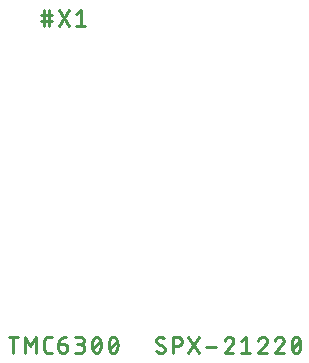
<source format=gto>
G04 EAGLE Gerber RS-274X export*
G75*
%MOMM*%
%FSLAX34Y34*%
%LPD*%
%INSilkscreen Top*%
%IPPOS*%
%AMOC8*
5,1,8,0,0,1.08239X$1,22.5*%
G01*
%ADD10C,0.228600*%


D10*
X-12222Y237765D02*
X-3163Y237765D01*
X-3163Y242295D02*
X-12222Y242295D01*
X-9957Y246825D02*
X-9957Y233236D01*
X-5427Y233236D02*
X-5427Y246825D01*
X2434Y233236D02*
X11494Y246825D01*
X2434Y246825D02*
X11494Y233236D01*
X17372Y243805D02*
X21147Y246825D01*
X21147Y233236D01*
X17372Y233236D02*
X24922Y233236D01*
X-35963Y-30036D02*
X-35963Y-43625D01*
X-39738Y-30036D02*
X-32189Y-30036D01*
X-25837Y-30036D02*
X-25837Y-43625D01*
X-21307Y-37585D02*
X-25837Y-30036D01*
X-21307Y-37585D02*
X-16778Y-30036D01*
X-16778Y-43625D01*
X-6516Y-43625D02*
X-3496Y-43625D01*
X-6516Y-43625D02*
X-6624Y-43623D01*
X-6731Y-43617D01*
X-6839Y-43608D01*
X-6946Y-43594D01*
X-7052Y-43577D01*
X-7158Y-43556D01*
X-7263Y-43531D01*
X-7367Y-43503D01*
X-7470Y-43470D01*
X-7571Y-43435D01*
X-7672Y-43395D01*
X-7771Y-43352D01*
X-7868Y-43306D01*
X-7963Y-43256D01*
X-8057Y-43202D01*
X-8149Y-43146D01*
X-8238Y-43086D01*
X-8326Y-43023D01*
X-8411Y-42956D01*
X-8494Y-42887D01*
X-8574Y-42815D01*
X-8651Y-42740D01*
X-8726Y-42663D01*
X-8798Y-42583D01*
X-8867Y-42500D01*
X-8934Y-42415D01*
X-8997Y-42327D01*
X-9057Y-42238D01*
X-9113Y-42146D01*
X-9167Y-42052D01*
X-9217Y-41957D01*
X-9263Y-41860D01*
X-9306Y-41761D01*
X-9346Y-41660D01*
X-9381Y-41559D01*
X-9414Y-41456D01*
X-9442Y-41352D01*
X-9467Y-41247D01*
X-9488Y-41141D01*
X-9505Y-41035D01*
X-9519Y-40928D01*
X-9528Y-40820D01*
X-9534Y-40713D01*
X-9536Y-40605D01*
X-9536Y-33055D01*
X-9534Y-32947D01*
X-9528Y-32840D01*
X-9519Y-32732D01*
X-9505Y-32625D01*
X-9488Y-32519D01*
X-9467Y-32413D01*
X-9442Y-32308D01*
X-9414Y-32204D01*
X-9381Y-32101D01*
X-9346Y-32000D01*
X-9306Y-31899D01*
X-9263Y-31800D01*
X-9217Y-31703D01*
X-9167Y-31608D01*
X-9113Y-31514D01*
X-9057Y-31422D01*
X-8997Y-31333D01*
X-8934Y-31245D01*
X-8868Y-31160D01*
X-8798Y-31077D01*
X-8726Y-30997D01*
X-8651Y-30920D01*
X-8574Y-30845D01*
X-8494Y-30773D01*
X-8411Y-30704D01*
X-8326Y-30637D01*
X-8238Y-30574D01*
X-8149Y-30514D01*
X-8057Y-30458D01*
X-7963Y-30404D01*
X-7868Y-30354D01*
X-7771Y-30308D01*
X-7672Y-30265D01*
X-7571Y-30225D01*
X-7470Y-30190D01*
X-7367Y-30157D01*
X-7263Y-30129D01*
X-7158Y-30104D01*
X-7052Y-30083D01*
X-6946Y-30066D01*
X-6839Y-30052D01*
X-6732Y-30043D01*
X-6624Y-30037D01*
X-6516Y-30035D01*
X-6516Y-30036D02*
X-3496Y-30036D01*
X2339Y-36075D02*
X6869Y-36075D01*
X6977Y-36077D01*
X7084Y-36083D01*
X7192Y-36092D01*
X7299Y-36106D01*
X7405Y-36123D01*
X7511Y-36144D01*
X7616Y-36169D01*
X7720Y-36197D01*
X7823Y-36230D01*
X7924Y-36265D01*
X8025Y-36305D01*
X8124Y-36348D01*
X8221Y-36394D01*
X8316Y-36444D01*
X8410Y-36498D01*
X8502Y-36554D01*
X8591Y-36614D01*
X8679Y-36677D01*
X8764Y-36744D01*
X8847Y-36813D01*
X8927Y-36885D01*
X9004Y-36960D01*
X9079Y-37037D01*
X9151Y-37117D01*
X9221Y-37200D01*
X9287Y-37285D01*
X9350Y-37373D01*
X9410Y-37462D01*
X9466Y-37554D01*
X9520Y-37648D01*
X9570Y-37743D01*
X9616Y-37840D01*
X9659Y-37939D01*
X9699Y-38040D01*
X9734Y-38141D01*
X9767Y-38244D01*
X9795Y-38348D01*
X9820Y-38453D01*
X9841Y-38559D01*
X9858Y-38665D01*
X9872Y-38772D01*
X9881Y-38880D01*
X9887Y-38987D01*
X9889Y-39095D01*
X9888Y-39095D02*
X9888Y-39850D01*
X9889Y-39850D02*
X9887Y-39971D01*
X9881Y-40092D01*
X9872Y-40212D01*
X9858Y-40333D01*
X9841Y-40452D01*
X9819Y-40572D01*
X9794Y-40690D01*
X9766Y-40808D01*
X9733Y-40924D01*
X9697Y-41040D01*
X9657Y-41154D01*
X9613Y-41267D01*
X9566Y-41378D01*
X9515Y-41488D01*
X9461Y-41596D01*
X9403Y-41702D01*
X9342Y-41807D01*
X9278Y-41909D01*
X9210Y-42010D01*
X9139Y-42108D01*
X9065Y-42204D01*
X8988Y-42297D01*
X8909Y-42388D01*
X8826Y-42476D01*
X8740Y-42562D01*
X8652Y-42645D01*
X8561Y-42724D01*
X8468Y-42801D01*
X8372Y-42875D01*
X8274Y-42946D01*
X8173Y-43014D01*
X8071Y-43078D01*
X7966Y-43139D01*
X7860Y-43197D01*
X7752Y-43251D01*
X7642Y-43302D01*
X7531Y-43349D01*
X7418Y-43393D01*
X7304Y-43433D01*
X7188Y-43469D01*
X7072Y-43502D01*
X6954Y-43530D01*
X6836Y-43555D01*
X6716Y-43577D01*
X6597Y-43594D01*
X6476Y-43608D01*
X6356Y-43617D01*
X6235Y-43623D01*
X6114Y-43625D01*
X5993Y-43623D01*
X5872Y-43617D01*
X5752Y-43608D01*
X5631Y-43594D01*
X5512Y-43577D01*
X5392Y-43555D01*
X5274Y-43530D01*
X5156Y-43502D01*
X5040Y-43469D01*
X4924Y-43433D01*
X4810Y-43393D01*
X4697Y-43349D01*
X4586Y-43302D01*
X4476Y-43251D01*
X4368Y-43197D01*
X4262Y-43139D01*
X4157Y-43078D01*
X4055Y-43014D01*
X3954Y-42946D01*
X3856Y-42875D01*
X3760Y-42801D01*
X3667Y-42724D01*
X3576Y-42645D01*
X3488Y-42562D01*
X3402Y-42476D01*
X3319Y-42388D01*
X3240Y-42297D01*
X3163Y-42204D01*
X3089Y-42108D01*
X3018Y-42010D01*
X2950Y-41909D01*
X2886Y-41807D01*
X2825Y-41702D01*
X2767Y-41596D01*
X2713Y-41488D01*
X2662Y-41378D01*
X2615Y-41267D01*
X2571Y-41154D01*
X2531Y-41040D01*
X2495Y-40924D01*
X2462Y-40808D01*
X2434Y-40690D01*
X2409Y-40572D01*
X2387Y-40452D01*
X2370Y-40333D01*
X2356Y-40212D01*
X2347Y-40092D01*
X2341Y-39971D01*
X2339Y-39850D01*
X2339Y-36075D01*
X2341Y-35922D01*
X2347Y-35769D01*
X2356Y-35616D01*
X2370Y-35464D01*
X2387Y-35312D01*
X2409Y-35160D01*
X2434Y-35009D01*
X2463Y-34859D01*
X2495Y-34710D01*
X2532Y-34561D01*
X2572Y-34413D01*
X2616Y-34267D01*
X2664Y-34121D01*
X2715Y-33977D01*
X2770Y-33834D01*
X2828Y-33693D01*
X2891Y-33553D01*
X2956Y-33415D01*
X3025Y-33279D01*
X3098Y-33144D01*
X3174Y-33011D01*
X3253Y-32880D01*
X3336Y-32751D01*
X3422Y-32625D01*
X3511Y-32500D01*
X3603Y-32378D01*
X3698Y-32258D01*
X3796Y-32141D01*
X3897Y-32026D01*
X4001Y-31914D01*
X4108Y-31804D01*
X4218Y-31697D01*
X4330Y-31593D01*
X4445Y-31492D01*
X4562Y-31394D01*
X4682Y-31299D01*
X4804Y-31207D01*
X4929Y-31118D01*
X5055Y-31032D01*
X5184Y-30949D01*
X5315Y-30870D01*
X5448Y-30794D01*
X5582Y-30721D01*
X5719Y-30652D01*
X5857Y-30587D01*
X5997Y-30525D01*
X6138Y-30466D01*
X6281Y-30411D01*
X6425Y-30360D01*
X6571Y-30312D01*
X6717Y-30268D01*
X6865Y-30228D01*
X7014Y-30191D01*
X7163Y-30159D01*
X7313Y-30130D01*
X7464Y-30105D01*
X7616Y-30083D01*
X7768Y-30066D01*
X7920Y-30052D01*
X8073Y-30043D01*
X8226Y-30037D01*
X8379Y-30035D01*
X16522Y-43625D02*
X20297Y-43625D01*
X20418Y-43623D01*
X20539Y-43617D01*
X20659Y-43608D01*
X20780Y-43594D01*
X20899Y-43577D01*
X21019Y-43555D01*
X21137Y-43530D01*
X21255Y-43502D01*
X21371Y-43469D01*
X21487Y-43433D01*
X21601Y-43393D01*
X21714Y-43349D01*
X21825Y-43302D01*
X21935Y-43251D01*
X22043Y-43197D01*
X22149Y-43139D01*
X22254Y-43078D01*
X22356Y-43014D01*
X22457Y-42946D01*
X22555Y-42875D01*
X22651Y-42801D01*
X22744Y-42724D01*
X22835Y-42645D01*
X22923Y-42562D01*
X23009Y-42476D01*
X23092Y-42388D01*
X23171Y-42297D01*
X23248Y-42204D01*
X23322Y-42108D01*
X23393Y-42010D01*
X23461Y-41909D01*
X23525Y-41807D01*
X23586Y-41702D01*
X23644Y-41596D01*
X23698Y-41488D01*
X23749Y-41378D01*
X23796Y-41267D01*
X23840Y-41154D01*
X23880Y-41040D01*
X23916Y-40924D01*
X23949Y-40808D01*
X23977Y-40690D01*
X24002Y-40572D01*
X24024Y-40452D01*
X24041Y-40333D01*
X24055Y-40212D01*
X24064Y-40092D01*
X24070Y-39971D01*
X24072Y-39850D01*
X24070Y-39729D01*
X24064Y-39608D01*
X24055Y-39488D01*
X24041Y-39367D01*
X24024Y-39248D01*
X24002Y-39128D01*
X23977Y-39010D01*
X23949Y-38892D01*
X23916Y-38776D01*
X23880Y-38660D01*
X23840Y-38546D01*
X23796Y-38433D01*
X23749Y-38322D01*
X23698Y-38212D01*
X23644Y-38104D01*
X23586Y-37998D01*
X23525Y-37893D01*
X23461Y-37791D01*
X23393Y-37690D01*
X23322Y-37592D01*
X23248Y-37496D01*
X23171Y-37403D01*
X23092Y-37312D01*
X23009Y-37224D01*
X22923Y-37138D01*
X22835Y-37055D01*
X22744Y-36976D01*
X22651Y-36899D01*
X22555Y-36825D01*
X22457Y-36754D01*
X22356Y-36686D01*
X22254Y-36622D01*
X22149Y-36561D01*
X22043Y-36503D01*
X21935Y-36449D01*
X21825Y-36398D01*
X21714Y-36351D01*
X21601Y-36307D01*
X21487Y-36267D01*
X21371Y-36231D01*
X21255Y-36198D01*
X21137Y-36170D01*
X21019Y-36145D01*
X20899Y-36123D01*
X20780Y-36106D01*
X20659Y-36092D01*
X20539Y-36083D01*
X20418Y-36077D01*
X20297Y-36075D01*
X21052Y-30036D02*
X16522Y-30036D01*
X21052Y-30035D02*
X21161Y-30037D01*
X21270Y-30043D01*
X21379Y-30053D01*
X21487Y-30066D01*
X21594Y-30084D01*
X21701Y-30106D01*
X21807Y-30131D01*
X21912Y-30160D01*
X22016Y-30193D01*
X22119Y-30230D01*
X22220Y-30270D01*
X22320Y-30314D01*
X22418Y-30362D01*
X22515Y-30413D01*
X22609Y-30467D01*
X22701Y-30525D01*
X22792Y-30586D01*
X22880Y-30651D01*
X22965Y-30718D01*
X23048Y-30789D01*
X23129Y-30862D01*
X23207Y-30939D01*
X23282Y-31018D01*
X23354Y-31100D01*
X23423Y-31184D01*
X23489Y-31271D01*
X23552Y-31360D01*
X23611Y-31452D01*
X23667Y-31545D01*
X23720Y-31640D01*
X23770Y-31738D01*
X23815Y-31837D01*
X23858Y-31937D01*
X23896Y-32039D01*
X23931Y-32143D01*
X23962Y-32247D01*
X23989Y-32353D01*
X24013Y-32459D01*
X24032Y-32566D01*
X24048Y-32674D01*
X24060Y-32783D01*
X24068Y-32892D01*
X24072Y-33000D01*
X24072Y-33110D01*
X24068Y-33218D01*
X24060Y-33327D01*
X24048Y-33436D01*
X24032Y-33544D01*
X24013Y-33651D01*
X23989Y-33757D01*
X23962Y-33863D01*
X23931Y-33967D01*
X23896Y-34071D01*
X23858Y-34173D01*
X23815Y-34273D01*
X23770Y-34372D01*
X23720Y-34470D01*
X23667Y-34565D01*
X23611Y-34658D01*
X23552Y-34750D01*
X23489Y-34839D01*
X23423Y-34926D01*
X23354Y-35010D01*
X23282Y-35092D01*
X23207Y-35171D01*
X23129Y-35248D01*
X23048Y-35321D01*
X22965Y-35392D01*
X22880Y-35459D01*
X22792Y-35524D01*
X22701Y-35585D01*
X22609Y-35643D01*
X22515Y-35697D01*
X22418Y-35748D01*
X22320Y-35796D01*
X22220Y-35840D01*
X22119Y-35880D01*
X22016Y-35917D01*
X21912Y-35950D01*
X21807Y-35979D01*
X21701Y-36004D01*
X21594Y-36026D01*
X21487Y-36044D01*
X21379Y-36057D01*
X21270Y-36067D01*
X21161Y-36073D01*
X21052Y-36075D01*
X18032Y-36075D01*
X30706Y-36830D02*
X30709Y-36563D01*
X30719Y-36296D01*
X30735Y-36029D01*
X30757Y-35762D01*
X30786Y-35496D01*
X30821Y-35231D01*
X30862Y-34967D01*
X30910Y-34704D01*
X30963Y-34442D01*
X31024Y-34182D01*
X31090Y-33923D01*
X31162Y-33666D01*
X31241Y-33410D01*
X31326Y-33157D01*
X31416Y-32905D01*
X31513Y-32656D01*
X31616Y-32409D01*
X31724Y-32165D01*
X31838Y-31923D01*
X31874Y-31825D01*
X31913Y-31727D01*
X31957Y-31632D01*
X32003Y-31538D01*
X32054Y-31445D01*
X32107Y-31355D01*
X32165Y-31267D01*
X32225Y-31181D01*
X32288Y-31098D01*
X32355Y-31016D01*
X32425Y-30938D01*
X32497Y-30862D01*
X32572Y-30789D01*
X32650Y-30719D01*
X32731Y-30651D01*
X32814Y-30587D01*
X32900Y-30526D01*
X32987Y-30468D01*
X33077Y-30414D01*
X33169Y-30363D01*
X33262Y-30315D01*
X33358Y-30271D01*
X33455Y-30231D01*
X33553Y-30194D01*
X33653Y-30161D01*
X33754Y-30132D01*
X33855Y-30107D01*
X33958Y-30085D01*
X34062Y-30068D01*
X34166Y-30054D01*
X34270Y-30044D01*
X34375Y-30038D01*
X34480Y-30036D01*
X34585Y-30038D01*
X34690Y-30044D01*
X34794Y-30054D01*
X34898Y-30068D01*
X35002Y-30085D01*
X35105Y-30107D01*
X35207Y-30132D01*
X35307Y-30161D01*
X35407Y-30194D01*
X35505Y-30231D01*
X35602Y-30271D01*
X35698Y-30315D01*
X35791Y-30363D01*
X35883Y-30414D01*
X35973Y-30468D01*
X36060Y-30526D01*
X36146Y-30587D01*
X36229Y-30651D01*
X36310Y-30719D01*
X36388Y-30789D01*
X36463Y-30862D01*
X36535Y-30938D01*
X36605Y-31017D01*
X36672Y-31098D01*
X36735Y-31181D01*
X36796Y-31267D01*
X36853Y-31355D01*
X36906Y-31446D01*
X36957Y-31538D01*
X37003Y-31632D01*
X37047Y-31727D01*
X37086Y-31825D01*
X37122Y-31923D01*
X37123Y-31923D02*
X37237Y-32165D01*
X37345Y-32409D01*
X37448Y-32656D01*
X37545Y-32905D01*
X37635Y-33157D01*
X37720Y-33410D01*
X37799Y-33666D01*
X37871Y-33923D01*
X37937Y-34182D01*
X37998Y-34442D01*
X38051Y-34704D01*
X38099Y-34967D01*
X38140Y-35231D01*
X38175Y-35496D01*
X38204Y-35762D01*
X38226Y-36029D01*
X38242Y-36296D01*
X38252Y-36563D01*
X38255Y-36830D01*
X30706Y-36830D02*
X30709Y-37097D01*
X30719Y-37364D01*
X30735Y-37631D01*
X30757Y-37898D01*
X30786Y-38164D01*
X30821Y-38429D01*
X30862Y-38693D01*
X30910Y-38956D01*
X30963Y-39218D01*
X31024Y-39478D01*
X31090Y-39737D01*
X31162Y-39994D01*
X31241Y-40250D01*
X31326Y-40503D01*
X31416Y-40755D01*
X31513Y-41004D01*
X31616Y-41251D01*
X31724Y-41495D01*
X31838Y-41737D01*
X31874Y-41836D01*
X31913Y-41933D01*
X31957Y-42028D01*
X32004Y-42122D01*
X32054Y-42215D01*
X32107Y-42305D01*
X32165Y-42393D01*
X32225Y-42479D01*
X32288Y-42562D01*
X32355Y-42644D01*
X32425Y-42722D01*
X32497Y-42798D01*
X32572Y-42871D01*
X32651Y-42941D01*
X32731Y-43009D01*
X32814Y-43073D01*
X32900Y-43134D01*
X32987Y-43192D01*
X33077Y-43246D01*
X33169Y-43297D01*
X33262Y-43345D01*
X33358Y-43389D01*
X33455Y-43429D01*
X33553Y-43466D01*
X33653Y-43499D01*
X33754Y-43528D01*
X33855Y-43553D01*
X33958Y-43575D01*
X34062Y-43592D01*
X34166Y-43606D01*
X34270Y-43616D01*
X34375Y-43622D01*
X34480Y-43624D01*
X37123Y-41737D02*
X37237Y-41495D01*
X37345Y-41251D01*
X37448Y-41004D01*
X37545Y-40755D01*
X37635Y-40503D01*
X37720Y-40250D01*
X37799Y-39994D01*
X37871Y-39737D01*
X37937Y-39478D01*
X37998Y-39218D01*
X38051Y-38956D01*
X38099Y-38693D01*
X38140Y-38429D01*
X38175Y-38164D01*
X38204Y-37898D01*
X38226Y-37631D01*
X38242Y-37364D01*
X38252Y-37097D01*
X38255Y-36830D01*
X37122Y-41737D02*
X37086Y-41835D01*
X37047Y-41933D01*
X37003Y-42028D01*
X36957Y-42122D01*
X36906Y-42215D01*
X36853Y-42305D01*
X36795Y-42393D01*
X36735Y-42479D01*
X36672Y-42562D01*
X36605Y-42644D01*
X36535Y-42722D01*
X36463Y-42798D01*
X36388Y-42871D01*
X36310Y-42941D01*
X36229Y-43009D01*
X36146Y-43073D01*
X36060Y-43134D01*
X35973Y-43192D01*
X35883Y-43246D01*
X35791Y-43297D01*
X35698Y-43345D01*
X35602Y-43389D01*
X35505Y-43429D01*
X35407Y-43466D01*
X35307Y-43499D01*
X35206Y-43528D01*
X35105Y-43553D01*
X35002Y-43575D01*
X34898Y-43592D01*
X34794Y-43606D01*
X34690Y-43616D01*
X34585Y-43622D01*
X34480Y-43624D01*
X31460Y-40605D02*
X37500Y-33055D01*
X44889Y-36830D02*
X44892Y-36563D01*
X44902Y-36296D01*
X44918Y-36029D01*
X44940Y-35762D01*
X44969Y-35496D01*
X45004Y-35231D01*
X45045Y-34967D01*
X45093Y-34704D01*
X45146Y-34442D01*
X45207Y-34182D01*
X45273Y-33923D01*
X45345Y-33666D01*
X45424Y-33410D01*
X45509Y-33157D01*
X45599Y-32905D01*
X45696Y-32656D01*
X45799Y-32409D01*
X45907Y-32165D01*
X46021Y-31923D01*
X46057Y-31825D01*
X46096Y-31727D01*
X46140Y-31632D01*
X46186Y-31538D01*
X46237Y-31445D01*
X46290Y-31355D01*
X46348Y-31267D01*
X46408Y-31181D01*
X46471Y-31098D01*
X46538Y-31016D01*
X46608Y-30938D01*
X46680Y-30862D01*
X46755Y-30789D01*
X46833Y-30719D01*
X46914Y-30651D01*
X46997Y-30587D01*
X47083Y-30526D01*
X47170Y-30468D01*
X47260Y-30414D01*
X47352Y-30363D01*
X47445Y-30315D01*
X47541Y-30271D01*
X47638Y-30231D01*
X47736Y-30194D01*
X47836Y-30161D01*
X47937Y-30132D01*
X48038Y-30107D01*
X48141Y-30085D01*
X48245Y-30068D01*
X48349Y-30054D01*
X48453Y-30044D01*
X48558Y-30038D01*
X48663Y-30036D01*
X48768Y-30038D01*
X48873Y-30044D01*
X48977Y-30054D01*
X49081Y-30068D01*
X49185Y-30085D01*
X49288Y-30107D01*
X49390Y-30132D01*
X49490Y-30161D01*
X49590Y-30194D01*
X49688Y-30231D01*
X49785Y-30271D01*
X49881Y-30315D01*
X49974Y-30363D01*
X50066Y-30414D01*
X50156Y-30468D01*
X50243Y-30526D01*
X50329Y-30587D01*
X50412Y-30651D01*
X50493Y-30719D01*
X50571Y-30789D01*
X50646Y-30862D01*
X50718Y-30938D01*
X50788Y-31017D01*
X50855Y-31098D01*
X50918Y-31181D01*
X50979Y-31267D01*
X51036Y-31355D01*
X51089Y-31446D01*
X51140Y-31538D01*
X51186Y-31632D01*
X51230Y-31727D01*
X51269Y-31825D01*
X51305Y-31923D01*
X51306Y-31923D02*
X51420Y-32165D01*
X51528Y-32409D01*
X51631Y-32656D01*
X51728Y-32905D01*
X51818Y-33157D01*
X51903Y-33410D01*
X51982Y-33666D01*
X52054Y-33923D01*
X52120Y-34182D01*
X52181Y-34442D01*
X52234Y-34704D01*
X52282Y-34967D01*
X52323Y-35231D01*
X52358Y-35496D01*
X52387Y-35762D01*
X52409Y-36029D01*
X52425Y-36296D01*
X52435Y-36563D01*
X52438Y-36830D01*
X44889Y-36830D02*
X44892Y-37097D01*
X44902Y-37364D01*
X44918Y-37631D01*
X44940Y-37898D01*
X44969Y-38164D01*
X45004Y-38429D01*
X45045Y-38693D01*
X45093Y-38956D01*
X45146Y-39218D01*
X45207Y-39478D01*
X45273Y-39737D01*
X45345Y-39994D01*
X45424Y-40250D01*
X45509Y-40503D01*
X45599Y-40755D01*
X45696Y-41004D01*
X45799Y-41251D01*
X45907Y-41495D01*
X46021Y-41737D01*
X46057Y-41836D01*
X46096Y-41933D01*
X46140Y-42028D01*
X46187Y-42122D01*
X46237Y-42215D01*
X46290Y-42305D01*
X46348Y-42393D01*
X46408Y-42479D01*
X46471Y-42562D01*
X46538Y-42644D01*
X46608Y-42722D01*
X46680Y-42798D01*
X46755Y-42871D01*
X46834Y-42941D01*
X46914Y-43009D01*
X46997Y-43073D01*
X47083Y-43134D01*
X47170Y-43192D01*
X47260Y-43246D01*
X47352Y-43297D01*
X47445Y-43345D01*
X47541Y-43389D01*
X47638Y-43429D01*
X47736Y-43466D01*
X47836Y-43499D01*
X47937Y-43528D01*
X48038Y-43553D01*
X48141Y-43575D01*
X48245Y-43592D01*
X48349Y-43606D01*
X48453Y-43616D01*
X48558Y-43622D01*
X48663Y-43624D01*
X51306Y-41737D02*
X51420Y-41495D01*
X51528Y-41251D01*
X51631Y-41004D01*
X51728Y-40755D01*
X51818Y-40503D01*
X51903Y-40250D01*
X51982Y-39994D01*
X52054Y-39737D01*
X52120Y-39478D01*
X52181Y-39218D01*
X52234Y-38956D01*
X52282Y-38693D01*
X52323Y-38429D01*
X52358Y-38164D01*
X52387Y-37898D01*
X52409Y-37631D01*
X52425Y-37364D01*
X52435Y-37097D01*
X52438Y-36830D01*
X51305Y-41737D02*
X51269Y-41835D01*
X51230Y-41933D01*
X51186Y-42028D01*
X51140Y-42122D01*
X51089Y-42215D01*
X51036Y-42305D01*
X50978Y-42393D01*
X50918Y-42479D01*
X50855Y-42562D01*
X50788Y-42644D01*
X50718Y-42722D01*
X50646Y-42798D01*
X50571Y-42871D01*
X50493Y-42941D01*
X50412Y-43009D01*
X50329Y-43073D01*
X50243Y-43134D01*
X50156Y-43192D01*
X50066Y-43246D01*
X49974Y-43297D01*
X49881Y-43345D01*
X49785Y-43389D01*
X49688Y-43429D01*
X49590Y-43466D01*
X49490Y-43499D01*
X49389Y-43528D01*
X49288Y-43553D01*
X49185Y-43575D01*
X49081Y-43592D01*
X48977Y-43606D01*
X48873Y-43616D01*
X48768Y-43622D01*
X48663Y-43624D01*
X45644Y-40605D02*
X51683Y-33055D01*
X89363Y-43625D02*
X89471Y-43623D01*
X89578Y-43617D01*
X89686Y-43608D01*
X89793Y-43594D01*
X89899Y-43577D01*
X90005Y-43556D01*
X90110Y-43531D01*
X90214Y-43503D01*
X90317Y-43470D01*
X90418Y-43435D01*
X90519Y-43395D01*
X90618Y-43352D01*
X90715Y-43306D01*
X90810Y-43256D01*
X90904Y-43202D01*
X90996Y-43146D01*
X91085Y-43086D01*
X91173Y-43023D01*
X91258Y-42956D01*
X91341Y-42887D01*
X91421Y-42815D01*
X91498Y-42740D01*
X91573Y-42663D01*
X91645Y-42583D01*
X91714Y-42500D01*
X91781Y-42415D01*
X91844Y-42327D01*
X91904Y-42238D01*
X91960Y-42146D01*
X92014Y-42052D01*
X92064Y-41957D01*
X92110Y-41860D01*
X92153Y-41761D01*
X92193Y-41660D01*
X92228Y-41559D01*
X92261Y-41456D01*
X92289Y-41352D01*
X92314Y-41247D01*
X92335Y-41141D01*
X92352Y-41035D01*
X92366Y-40928D01*
X92375Y-40820D01*
X92381Y-40713D01*
X92383Y-40605D01*
X89363Y-43624D02*
X89206Y-43622D01*
X89048Y-43616D01*
X88891Y-43607D01*
X88734Y-43593D01*
X88578Y-43576D01*
X88422Y-43554D01*
X88267Y-43529D01*
X88112Y-43500D01*
X87958Y-43467D01*
X87805Y-43431D01*
X87653Y-43390D01*
X87502Y-43346D01*
X87352Y-43299D01*
X87203Y-43247D01*
X87056Y-43192D01*
X86910Y-43133D01*
X86765Y-43071D01*
X86622Y-43005D01*
X86481Y-42936D01*
X86341Y-42863D01*
X86204Y-42787D01*
X86068Y-42707D01*
X85934Y-42624D01*
X85802Y-42538D01*
X85673Y-42448D01*
X85546Y-42356D01*
X85421Y-42260D01*
X85298Y-42161D01*
X85178Y-42059D01*
X85061Y-41955D01*
X84946Y-41847D01*
X84834Y-41737D01*
X85210Y-33055D02*
X85212Y-32947D01*
X85218Y-32840D01*
X85227Y-32732D01*
X85241Y-32625D01*
X85258Y-32519D01*
X85279Y-32413D01*
X85304Y-32308D01*
X85332Y-32204D01*
X85365Y-32101D01*
X85400Y-32000D01*
X85440Y-31899D01*
X85483Y-31800D01*
X85529Y-31703D01*
X85579Y-31608D01*
X85633Y-31514D01*
X85689Y-31422D01*
X85749Y-31333D01*
X85812Y-31245D01*
X85879Y-31160D01*
X85948Y-31077D01*
X86020Y-30997D01*
X86095Y-30920D01*
X86172Y-30845D01*
X86252Y-30773D01*
X86335Y-30704D01*
X86420Y-30637D01*
X86508Y-30574D01*
X86597Y-30514D01*
X86689Y-30458D01*
X86783Y-30404D01*
X86878Y-30354D01*
X86975Y-30308D01*
X87074Y-30265D01*
X87175Y-30225D01*
X87276Y-30190D01*
X87379Y-30157D01*
X87483Y-30129D01*
X87588Y-30104D01*
X87694Y-30083D01*
X87800Y-30066D01*
X87907Y-30052D01*
X88015Y-30043D01*
X88122Y-30037D01*
X88230Y-30035D01*
X88230Y-30036D02*
X88376Y-30038D01*
X88521Y-30044D01*
X88667Y-30053D01*
X88812Y-30066D01*
X88957Y-30083D01*
X89101Y-30103D01*
X89245Y-30128D01*
X89388Y-30156D01*
X89530Y-30187D01*
X89671Y-30223D01*
X89812Y-30261D01*
X89951Y-30304D01*
X90089Y-30350D01*
X90227Y-30400D01*
X90362Y-30453D01*
X90497Y-30509D01*
X90629Y-30569D01*
X90761Y-30633D01*
X90890Y-30700D01*
X91018Y-30770D01*
X91144Y-30843D01*
X91268Y-30920D01*
X91390Y-31000D01*
X91510Y-31083D01*
X91627Y-31168D01*
X86721Y-35697D02*
X86627Y-35640D01*
X86536Y-35579D01*
X86447Y-35515D01*
X86360Y-35448D01*
X86275Y-35378D01*
X86193Y-35305D01*
X86114Y-35229D01*
X86038Y-35150D01*
X85964Y-35068D01*
X85894Y-34984D01*
X85826Y-34898D01*
X85762Y-34809D01*
X85701Y-34717D01*
X85643Y-34624D01*
X85588Y-34529D01*
X85537Y-34432D01*
X85490Y-34333D01*
X85446Y-34232D01*
X85405Y-34130D01*
X85369Y-34026D01*
X85336Y-33921D01*
X85307Y-33816D01*
X85281Y-33709D01*
X85260Y-33601D01*
X85242Y-33493D01*
X85229Y-33384D01*
X85219Y-33274D01*
X85213Y-33165D01*
X85211Y-33055D01*
X90873Y-37963D02*
X90967Y-38020D01*
X91058Y-38081D01*
X91147Y-38145D01*
X91234Y-38212D01*
X91319Y-38282D01*
X91401Y-38355D01*
X91480Y-38431D01*
X91556Y-38510D01*
X91630Y-38592D01*
X91700Y-38676D01*
X91768Y-38762D01*
X91832Y-38851D01*
X91893Y-38943D01*
X91951Y-39036D01*
X92006Y-39131D01*
X92057Y-39228D01*
X92104Y-39327D01*
X92148Y-39428D01*
X92189Y-39530D01*
X92225Y-39634D01*
X92258Y-39738D01*
X92287Y-39844D01*
X92313Y-39951D01*
X92334Y-40059D01*
X92352Y-40167D01*
X92365Y-40276D01*
X92375Y-40386D01*
X92381Y-40495D01*
X92383Y-40605D01*
X90873Y-37962D02*
X86720Y-35698D01*
X99303Y-30036D02*
X99303Y-43625D01*
X99303Y-30036D02*
X103078Y-30036D01*
X103078Y-30035D02*
X103199Y-30037D01*
X103320Y-30043D01*
X103440Y-30052D01*
X103561Y-30066D01*
X103680Y-30083D01*
X103800Y-30105D01*
X103918Y-30130D01*
X104036Y-30158D01*
X104152Y-30191D01*
X104268Y-30227D01*
X104382Y-30267D01*
X104495Y-30311D01*
X104606Y-30358D01*
X104716Y-30409D01*
X104824Y-30463D01*
X104930Y-30521D01*
X105035Y-30582D01*
X105137Y-30646D01*
X105238Y-30714D01*
X105336Y-30785D01*
X105432Y-30859D01*
X105525Y-30936D01*
X105616Y-31015D01*
X105704Y-31098D01*
X105790Y-31184D01*
X105873Y-31272D01*
X105952Y-31363D01*
X106029Y-31456D01*
X106103Y-31552D01*
X106174Y-31650D01*
X106242Y-31751D01*
X106306Y-31853D01*
X106367Y-31958D01*
X106425Y-32064D01*
X106479Y-32172D01*
X106530Y-32282D01*
X106577Y-32393D01*
X106621Y-32506D01*
X106661Y-32620D01*
X106697Y-32736D01*
X106730Y-32852D01*
X106758Y-32970D01*
X106783Y-33088D01*
X106805Y-33208D01*
X106822Y-33327D01*
X106836Y-33448D01*
X106845Y-33568D01*
X106851Y-33689D01*
X106853Y-33810D01*
X106851Y-33931D01*
X106845Y-34052D01*
X106836Y-34172D01*
X106822Y-34293D01*
X106805Y-34412D01*
X106783Y-34532D01*
X106758Y-34650D01*
X106730Y-34768D01*
X106697Y-34884D01*
X106661Y-35000D01*
X106621Y-35114D01*
X106577Y-35227D01*
X106530Y-35338D01*
X106479Y-35448D01*
X106425Y-35556D01*
X106367Y-35662D01*
X106306Y-35767D01*
X106242Y-35869D01*
X106174Y-35970D01*
X106103Y-36068D01*
X106029Y-36164D01*
X105952Y-36257D01*
X105873Y-36348D01*
X105790Y-36436D01*
X105704Y-36522D01*
X105616Y-36605D01*
X105525Y-36684D01*
X105432Y-36761D01*
X105336Y-36835D01*
X105238Y-36906D01*
X105137Y-36974D01*
X105035Y-37038D01*
X104930Y-37099D01*
X104824Y-37157D01*
X104716Y-37211D01*
X104606Y-37262D01*
X104495Y-37309D01*
X104382Y-37353D01*
X104268Y-37393D01*
X104152Y-37429D01*
X104036Y-37462D01*
X103918Y-37490D01*
X103800Y-37515D01*
X103680Y-37537D01*
X103561Y-37554D01*
X103440Y-37568D01*
X103320Y-37577D01*
X103199Y-37583D01*
X103078Y-37585D01*
X99303Y-37585D01*
X111972Y-43625D02*
X121031Y-30036D01*
X111972Y-30036D02*
X121031Y-43625D01*
X127101Y-38340D02*
X136160Y-38340D01*
X147137Y-30036D02*
X147251Y-30038D01*
X147364Y-30044D01*
X147477Y-30053D01*
X147590Y-30066D01*
X147702Y-30083D01*
X147814Y-30104D01*
X147924Y-30129D01*
X148034Y-30157D01*
X148143Y-30189D01*
X148251Y-30224D01*
X148358Y-30263D01*
X148463Y-30306D01*
X148567Y-30352D01*
X148669Y-30401D01*
X148770Y-30454D01*
X148868Y-30510D01*
X148965Y-30570D01*
X149060Y-30632D01*
X149152Y-30698D01*
X149242Y-30767D01*
X149330Y-30839D01*
X149416Y-30914D01*
X149499Y-30991D01*
X149579Y-31071D01*
X149656Y-31154D01*
X149731Y-31240D01*
X149803Y-31328D01*
X149872Y-31418D01*
X149938Y-31510D01*
X150000Y-31605D01*
X150060Y-31702D01*
X150116Y-31800D01*
X150169Y-31901D01*
X150218Y-32003D01*
X150264Y-32107D01*
X150307Y-32212D01*
X150346Y-32319D01*
X150381Y-32427D01*
X150413Y-32536D01*
X150441Y-32646D01*
X150466Y-32756D01*
X150487Y-32868D01*
X150504Y-32980D01*
X150517Y-33093D01*
X150526Y-33206D01*
X150532Y-33319D01*
X150534Y-33433D01*
X147137Y-30035D02*
X147006Y-30037D01*
X146876Y-30043D01*
X146745Y-30053D01*
X146615Y-30066D01*
X146486Y-30084D01*
X146357Y-30105D01*
X146229Y-30131D01*
X146101Y-30160D01*
X145975Y-30193D01*
X145849Y-30229D01*
X145725Y-30270D01*
X145602Y-30314D01*
X145480Y-30362D01*
X145360Y-30413D01*
X145242Y-30468D01*
X145125Y-30526D01*
X145010Y-30588D01*
X144897Y-30654D01*
X144786Y-30723D01*
X144676Y-30795D01*
X144570Y-30870D01*
X144465Y-30948D01*
X144363Y-31030D01*
X144263Y-31114D01*
X144166Y-31202D01*
X144072Y-31292D01*
X143980Y-31385D01*
X143891Y-31481D01*
X143805Y-31580D01*
X143722Y-31681D01*
X143643Y-31784D01*
X143566Y-31890D01*
X143492Y-31998D01*
X143422Y-32108D01*
X143355Y-32221D01*
X143291Y-32335D01*
X143231Y-32451D01*
X143175Y-32569D01*
X143122Y-32688D01*
X143072Y-32809D01*
X143026Y-32931D01*
X142984Y-33055D01*
X149402Y-36075D02*
X149486Y-35993D01*
X149567Y-35907D01*
X149646Y-35819D01*
X149722Y-35728D01*
X149795Y-35635D01*
X149864Y-35540D01*
X149931Y-35442D01*
X149995Y-35342D01*
X150055Y-35241D01*
X150112Y-35137D01*
X150165Y-35032D01*
X150215Y-34925D01*
X150262Y-34816D01*
X150305Y-34706D01*
X150344Y-34594D01*
X150380Y-34482D01*
X150412Y-34368D01*
X150441Y-34253D01*
X150465Y-34138D01*
X150486Y-34021D01*
X150503Y-33904D01*
X150517Y-33787D01*
X150526Y-33669D01*
X150532Y-33551D01*
X150534Y-33433D01*
X149401Y-36075D02*
X142984Y-43625D01*
X150534Y-43625D01*
X157168Y-33055D02*
X160942Y-30036D01*
X160942Y-43625D01*
X157168Y-43625D02*
X164717Y-43625D01*
X175503Y-30036D02*
X175617Y-30038D01*
X175730Y-30044D01*
X175843Y-30053D01*
X175956Y-30066D01*
X176068Y-30083D01*
X176180Y-30104D01*
X176290Y-30129D01*
X176400Y-30157D01*
X176509Y-30189D01*
X176617Y-30224D01*
X176724Y-30263D01*
X176829Y-30306D01*
X176933Y-30352D01*
X177035Y-30401D01*
X177136Y-30454D01*
X177234Y-30510D01*
X177331Y-30570D01*
X177426Y-30632D01*
X177518Y-30698D01*
X177608Y-30767D01*
X177696Y-30839D01*
X177782Y-30914D01*
X177865Y-30991D01*
X177945Y-31071D01*
X178022Y-31154D01*
X178097Y-31240D01*
X178169Y-31328D01*
X178238Y-31418D01*
X178304Y-31510D01*
X178366Y-31605D01*
X178426Y-31702D01*
X178482Y-31800D01*
X178535Y-31901D01*
X178584Y-32003D01*
X178630Y-32107D01*
X178673Y-32212D01*
X178712Y-32319D01*
X178747Y-32427D01*
X178779Y-32536D01*
X178807Y-32646D01*
X178832Y-32756D01*
X178853Y-32868D01*
X178870Y-32980D01*
X178883Y-33093D01*
X178892Y-33206D01*
X178898Y-33319D01*
X178900Y-33433D01*
X175503Y-30035D02*
X175372Y-30037D01*
X175242Y-30043D01*
X175111Y-30053D01*
X174981Y-30066D01*
X174852Y-30084D01*
X174723Y-30105D01*
X174595Y-30131D01*
X174467Y-30160D01*
X174341Y-30193D01*
X174215Y-30229D01*
X174091Y-30270D01*
X173968Y-30314D01*
X173846Y-30362D01*
X173726Y-30413D01*
X173608Y-30468D01*
X173491Y-30526D01*
X173376Y-30588D01*
X173263Y-30654D01*
X173152Y-30723D01*
X173042Y-30795D01*
X172936Y-30870D01*
X172831Y-30948D01*
X172729Y-31030D01*
X172629Y-31114D01*
X172532Y-31202D01*
X172438Y-31292D01*
X172346Y-31385D01*
X172257Y-31481D01*
X172171Y-31580D01*
X172088Y-31681D01*
X172009Y-31784D01*
X171932Y-31890D01*
X171858Y-31998D01*
X171788Y-32108D01*
X171721Y-32221D01*
X171657Y-32335D01*
X171597Y-32451D01*
X171541Y-32569D01*
X171488Y-32688D01*
X171438Y-32809D01*
X171392Y-32931D01*
X171350Y-33055D01*
X177769Y-36075D02*
X177853Y-35993D01*
X177934Y-35907D01*
X178013Y-35819D01*
X178089Y-35728D01*
X178162Y-35635D01*
X178231Y-35540D01*
X178298Y-35442D01*
X178362Y-35342D01*
X178422Y-35241D01*
X178479Y-35137D01*
X178532Y-35032D01*
X178582Y-34925D01*
X178629Y-34816D01*
X178672Y-34706D01*
X178711Y-34594D01*
X178747Y-34482D01*
X178779Y-34368D01*
X178808Y-34253D01*
X178832Y-34138D01*
X178853Y-34021D01*
X178870Y-33904D01*
X178884Y-33787D01*
X178893Y-33669D01*
X178899Y-33551D01*
X178901Y-33433D01*
X177768Y-36075D02*
X171351Y-43625D01*
X178900Y-43625D01*
X189686Y-30036D02*
X189800Y-30038D01*
X189913Y-30044D01*
X190026Y-30053D01*
X190139Y-30066D01*
X190251Y-30083D01*
X190363Y-30104D01*
X190473Y-30129D01*
X190583Y-30157D01*
X190692Y-30189D01*
X190800Y-30224D01*
X190907Y-30263D01*
X191012Y-30306D01*
X191116Y-30352D01*
X191218Y-30401D01*
X191319Y-30454D01*
X191417Y-30510D01*
X191514Y-30570D01*
X191609Y-30632D01*
X191701Y-30698D01*
X191791Y-30767D01*
X191879Y-30839D01*
X191965Y-30914D01*
X192048Y-30991D01*
X192128Y-31071D01*
X192205Y-31154D01*
X192280Y-31240D01*
X192352Y-31328D01*
X192421Y-31418D01*
X192487Y-31510D01*
X192549Y-31605D01*
X192609Y-31702D01*
X192665Y-31800D01*
X192718Y-31901D01*
X192767Y-32003D01*
X192813Y-32107D01*
X192856Y-32212D01*
X192895Y-32319D01*
X192930Y-32427D01*
X192962Y-32536D01*
X192990Y-32646D01*
X193015Y-32756D01*
X193036Y-32868D01*
X193053Y-32980D01*
X193066Y-33093D01*
X193075Y-33206D01*
X193081Y-33319D01*
X193083Y-33433D01*
X189686Y-30035D02*
X189555Y-30037D01*
X189425Y-30043D01*
X189294Y-30053D01*
X189164Y-30066D01*
X189035Y-30084D01*
X188906Y-30105D01*
X188778Y-30131D01*
X188650Y-30160D01*
X188524Y-30193D01*
X188398Y-30229D01*
X188274Y-30270D01*
X188151Y-30314D01*
X188029Y-30362D01*
X187909Y-30413D01*
X187791Y-30468D01*
X187674Y-30526D01*
X187559Y-30588D01*
X187446Y-30654D01*
X187335Y-30723D01*
X187225Y-30795D01*
X187119Y-30870D01*
X187014Y-30948D01*
X186912Y-31030D01*
X186812Y-31114D01*
X186715Y-31202D01*
X186621Y-31292D01*
X186529Y-31385D01*
X186440Y-31481D01*
X186354Y-31580D01*
X186271Y-31681D01*
X186192Y-31784D01*
X186115Y-31890D01*
X186041Y-31998D01*
X185971Y-32108D01*
X185904Y-32221D01*
X185840Y-32335D01*
X185780Y-32451D01*
X185724Y-32569D01*
X185671Y-32688D01*
X185621Y-32809D01*
X185575Y-32931D01*
X185533Y-33055D01*
X191952Y-36075D02*
X192036Y-35993D01*
X192117Y-35907D01*
X192196Y-35819D01*
X192272Y-35728D01*
X192345Y-35635D01*
X192414Y-35540D01*
X192481Y-35442D01*
X192545Y-35342D01*
X192605Y-35241D01*
X192662Y-35137D01*
X192715Y-35032D01*
X192765Y-34925D01*
X192812Y-34816D01*
X192855Y-34706D01*
X192894Y-34594D01*
X192930Y-34482D01*
X192962Y-34368D01*
X192991Y-34253D01*
X193015Y-34138D01*
X193036Y-34021D01*
X193053Y-33904D01*
X193067Y-33787D01*
X193076Y-33669D01*
X193082Y-33551D01*
X193084Y-33433D01*
X191951Y-36075D02*
X185534Y-43625D01*
X193084Y-43625D01*
X199718Y-36830D02*
X199721Y-36563D01*
X199731Y-36296D01*
X199747Y-36029D01*
X199769Y-35762D01*
X199798Y-35496D01*
X199833Y-35231D01*
X199874Y-34967D01*
X199922Y-34704D01*
X199975Y-34442D01*
X200036Y-34182D01*
X200102Y-33923D01*
X200174Y-33666D01*
X200253Y-33410D01*
X200338Y-33157D01*
X200428Y-32905D01*
X200525Y-32656D01*
X200628Y-32409D01*
X200736Y-32165D01*
X200850Y-31923D01*
X200886Y-31825D01*
X200925Y-31727D01*
X200969Y-31632D01*
X201015Y-31538D01*
X201066Y-31445D01*
X201119Y-31355D01*
X201177Y-31267D01*
X201237Y-31181D01*
X201300Y-31098D01*
X201367Y-31016D01*
X201437Y-30938D01*
X201509Y-30862D01*
X201584Y-30789D01*
X201662Y-30719D01*
X201743Y-30651D01*
X201826Y-30587D01*
X201912Y-30526D01*
X201999Y-30468D01*
X202089Y-30414D01*
X202181Y-30363D01*
X202274Y-30315D01*
X202370Y-30271D01*
X202467Y-30231D01*
X202565Y-30194D01*
X202665Y-30161D01*
X202766Y-30132D01*
X202867Y-30107D01*
X202970Y-30085D01*
X203074Y-30068D01*
X203178Y-30054D01*
X203282Y-30044D01*
X203387Y-30038D01*
X203492Y-30036D01*
X203597Y-30038D01*
X203702Y-30044D01*
X203806Y-30054D01*
X203910Y-30068D01*
X204014Y-30085D01*
X204117Y-30107D01*
X204219Y-30132D01*
X204319Y-30161D01*
X204419Y-30194D01*
X204517Y-30231D01*
X204614Y-30271D01*
X204710Y-30315D01*
X204803Y-30363D01*
X204895Y-30414D01*
X204985Y-30468D01*
X205072Y-30526D01*
X205158Y-30587D01*
X205241Y-30651D01*
X205322Y-30719D01*
X205400Y-30789D01*
X205475Y-30862D01*
X205547Y-30938D01*
X205617Y-31017D01*
X205684Y-31098D01*
X205747Y-31181D01*
X205808Y-31267D01*
X205865Y-31355D01*
X205918Y-31446D01*
X205969Y-31538D01*
X206015Y-31632D01*
X206059Y-31727D01*
X206098Y-31825D01*
X206134Y-31923D01*
X206135Y-31923D02*
X206249Y-32165D01*
X206357Y-32409D01*
X206460Y-32656D01*
X206557Y-32905D01*
X206647Y-33157D01*
X206732Y-33410D01*
X206811Y-33666D01*
X206883Y-33923D01*
X206949Y-34182D01*
X207010Y-34442D01*
X207063Y-34704D01*
X207111Y-34967D01*
X207152Y-35231D01*
X207187Y-35496D01*
X207216Y-35762D01*
X207238Y-36029D01*
X207254Y-36296D01*
X207264Y-36563D01*
X207267Y-36830D01*
X199718Y-36830D02*
X199721Y-37097D01*
X199731Y-37364D01*
X199747Y-37631D01*
X199769Y-37898D01*
X199798Y-38164D01*
X199833Y-38429D01*
X199874Y-38693D01*
X199922Y-38956D01*
X199975Y-39218D01*
X200036Y-39478D01*
X200102Y-39737D01*
X200174Y-39994D01*
X200253Y-40250D01*
X200338Y-40503D01*
X200428Y-40755D01*
X200525Y-41004D01*
X200628Y-41251D01*
X200736Y-41495D01*
X200850Y-41737D01*
X200886Y-41836D01*
X200925Y-41933D01*
X200969Y-42028D01*
X201016Y-42122D01*
X201066Y-42215D01*
X201119Y-42305D01*
X201177Y-42393D01*
X201237Y-42479D01*
X201300Y-42562D01*
X201367Y-42644D01*
X201437Y-42722D01*
X201509Y-42798D01*
X201584Y-42871D01*
X201663Y-42941D01*
X201743Y-43009D01*
X201826Y-43073D01*
X201912Y-43134D01*
X201999Y-43192D01*
X202089Y-43246D01*
X202181Y-43297D01*
X202274Y-43345D01*
X202370Y-43389D01*
X202467Y-43429D01*
X202565Y-43466D01*
X202665Y-43499D01*
X202766Y-43528D01*
X202867Y-43553D01*
X202970Y-43575D01*
X203074Y-43592D01*
X203178Y-43606D01*
X203282Y-43616D01*
X203387Y-43622D01*
X203492Y-43624D01*
X206135Y-41737D02*
X206249Y-41495D01*
X206357Y-41251D01*
X206460Y-41004D01*
X206557Y-40755D01*
X206647Y-40503D01*
X206732Y-40250D01*
X206811Y-39994D01*
X206883Y-39737D01*
X206949Y-39478D01*
X207010Y-39218D01*
X207063Y-38956D01*
X207111Y-38693D01*
X207152Y-38429D01*
X207187Y-38164D01*
X207216Y-37898D01*
X207238Y-37631D01*
X207254Y-37364D01*
X207264Y-37097D01*
X207267Y-36830D01*
X206134Y-41737D02*
X206098Y-41835D01*
X206059Y-41933D01*
X206015Y-42028D01*
X205969Y-42122D01*
X205918Y-42215D01*
X205865Y-42305D01*
X205807Y-42393D01*
X205747Y-42479D01*
X205684Y-42562D01*
X205617Y-42644D01*
X205547Y-42722D01*
X205475Y-42798D01*
X205400Y-42871D01*
X205322Y-42941D01*
X205241Y-43009D01*
X205158Y-43073D01*
X205072Y-43134D01*
X204985Y-43192D01*
X204895Y-43246D01*
X204803Y-43297D01*
X204710Y-43345D01*
X204614Y-43389D01*
X204517Y-43429D01*
X204419Y-43466D01*
X204319Y-43499D01*
X204218Y-43528D01*
X204117Y-43553D01*
X204014Y-43575D01*
X203910Y-43592D01*
X203806Y-43606D01*
X203702Y-43616D01*
X203597Y-43622D01*
X203492Y-43624D01*
X200472Y-40605D02*
X206512Y-33055D01*
M02*

</source>
